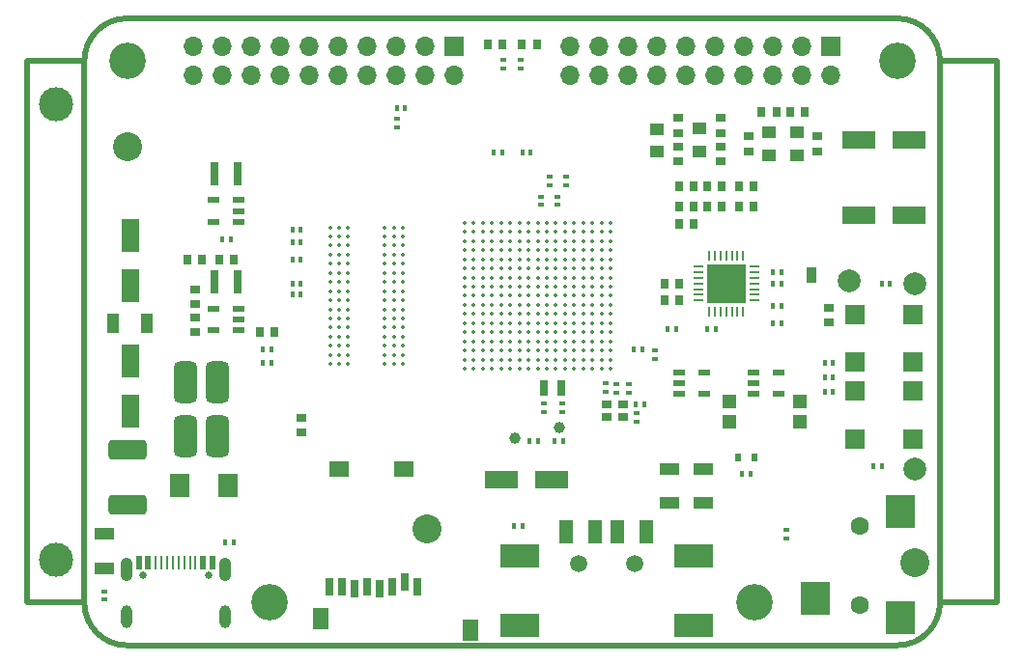
<source format=gbr>
G04 #@! TF.GenerationSoftware,KiCad,Pcbnew,6.0.0-d3dd2cf0fa~116~ubuntu20.04.1*
G04 #@! TF.CreationDate,2022-01-15T15:14:34-05:00*
G04 #@! TF.ProjectId,EX-PCB-10108-001,45582d50-4342-42d3-9130-3130382d3030,A*
G04 #@! TF.SameCoordinates,Original*
G04 #@! TF.FileFunction,Soldermask,Top*
G04 #@! TF.FilePolarity,Negative*
%FSLAX46Y46*%
G04 Gerber Fmt 4.6, Leading zero omitted, Abs format (unit mm)*
G04 Created by KiCad (PCBNEW 6.0.0-d3dd2cf0fa~116~ubuntu20.04.1) date 2022-01-15 15:14:34*
%MOMM*%
%LPD*%
G01*
G04 APERTURE LIST*
G04 Aperture macros list*
%AMRoundRect*
0 Rectangle with rounded corners*
0 $1 Rounding radius*
0 $2 $3 $4 $5 $6 $7 $8 $9 X,Y pos of 4 corners*
0 Add a 4 corners polygon primitive as box body*
4,1,4,$2,$3,$4,$5,$6,$7,$8,$9,$2,$3,0*
0 Add four circle primitives for the rounded corners*
1,1,$1+$1,$2,$3*
1,1,$1+$1,$4,$5*
1,1,$1+$1,$6,$7*
1,1,$1+$1,$8,$9*
0 Add four rect primitives between the rounded corners*
20,1,$1+$1,$2,$3,$4,$5,0*
20,1,$1+$1,$4,$5,$6,$7,0*
20,1,$1+$1,$6,$7,$8,$9,0*
20,1,$1+$1,$8,$9,$2,$3,0*%
G04 Aperture macros list end*
G04 #@! TA.AperFunction,Profile*
%ADD10C,0.500000*%
G04 #@! TD*
%ADD11C,3.000000*%
%ADD12O,1.000000X2.000000*%
%ADD13O,1.050000X2.100000*%
%ADD14C,0.650000*%
%ADD15R,0.550000X1.150000*%
%ADD16R,0.250000X1.150000*%
%ADD17R,0.900000X0.800000*%
%ADD18R,0.510000X0.450000*%
%ADD19R,0.450000X0.510000*%
%ADD20C,1.000000*%
%ADD21R,0.810000X0.710000*%
%ADD22R,0.800000X1.500000*%
%ADD23R,1.400000X1.900000*%
%ADD24R,1.800000X1.400000*%
%ADD25R,0.710000X0.810000*%
%ADD26RoundRect,0.062500X0.062500X-0.337500X0.062500X0.337500X-0.062500X0.337500X-0.062500X-0.337500X0*%
%ADD27RoundRect,0.062500X0.337500X-0.062500X0.337500X0.062500X-0.337500X0.062500X-0.337500X-0.062500X0*%
%ADD28R,3.350000X3.350000*%
%ADD29R,1.060000X0.500000*%
%ADD30C,2.000000*%
%ADD31C,2.540000*%
%ADD32R,1.250000X1.150000*%
%ADD33R,1.800000X1.070000*%
%ADD34R,0.600000X0.700000*%
%ADD35R,1.250000X1.000000*%
%ADD36R,3.000000X1.600000*%
%ADD37R,2.550000X2.900000*%
%ADD38C,1.600000*%
%ADD39R,1.700000X1.700000*%
%ADD40O,1.700000X1.700000*%
%ADD41C,1.500000*%
%ADD42R,1.250000X2.000000*%
%ADD43R,3.500000X2.000000*%
%ADD44C,3.200000*%
%ADD45C,0.350000*%
%ADD46R,1.800000X1.800000*%
%ADD47RoundRect,0.521250X0.521250X-1.308750X0.521250X1.308750X-0.521250X1.308750X-0.521250X-1.308750X0*%
%ADD48R,1.070000X1.800000*%
%ADD49RoundRect,0.388500X-1.311500X0.486500X-1.311500X-0.486500X1.311500X-0.486500X1.311500X0.486500X0*%
%ADD50R,1.750000X2.000000*%
%ADD51R,1.600000X3.000000*%
%ADD52R,0.800000X2.000000*%
%ADD53R,0.700000X1.400000*%
G04 APERTURE END LIST*
D10*
X41450000Y-85250000D02*
X46450000Y-85250000D01*
X41450000Y-132750000D02*
X46450000Y-132750000D01*
X121450000Y-132750000D02*
X126450000Y-132750000D01*
X126450000Y-85250000D02*
X121450000Y-85250000D01*
X126450000Y-85250000D02*
X126450000Y-132750000D01*
X41450000Y-85250000D02*
X41450000Y-132750000D01*
X121450000Y-85250000D02*
G75*
G03*
X117700000Y-81500000I-3750000J0D01*
G01*
X50200000Y-81500000D02*
G75*
G03*
X46450000Y-85250000I0J-3750000D01*
G01*
X46450000Y-132750000D02*
G75*
G03*
X50200000Y-136500000I3750000J0D01*
G01*
X117700000Y-136500000D02*
G75*
G03*
X121450000Y-132750000I0J3750000D01*
G01*
X46450000Y-85250000D02*
X46450000Y-132750000D01*
X117700000Y-136500000D02*
X50200000Y-136500000D01*
X117700000Y-81500000D02*
X50200000Y-81500000D01*
X121450000Y-85250000D02*
X121450000Y-132750000D01*
D11*
X43950000Y-129025000D03*
X43950000Y-89025000D03*
D12*
X50130000Y-134000000D03*
X58770000Y-134000000D03*
D13*
X50130000Y-129820000D03*
X58770000Y-129820000D03*
D14*
X57340000Y-130320000D03*
X51560000Y-130320000D03*
D15*
X51250000Y-129245000D03*
X57650000Y-129245000D03*
X52050000Y-129245000D03*
X56850000Y-129245000D03*
D16*
X54700000Y-129245000D03*
X54200000Y-129245000D03*
X55200000Y-129245000D03*
X55700000Y-129245000D03*
X56200000Y-129245000D03*
X53700000Y-129245000D03*
X53200000Y-129245000D03*
X52700000Y-129245000D03*
D17*
X92250000Y-116450000D03*
X93650000Y-116450000D03*
X93650000Y-115350000D03*
X92250000Y-115350000D03*
D18*
X94150000Y-113625000D03*
X94150000Y-114375000D03*
X92150000Y-113525000D03*
X92150000Y-114275000D03*
D19*
X65425000Y-100000000D03*
X64675000Y-100000000D03*
X65425000Y-101100000D03*
X64675000Y-101100000D03*
D20*
X88050000Y-117400000D03*
X84200000Y-118300000D03*
D19*
X86225000Y-118550000D03*
X85475000Y-118550000D03*
X87675000Y-118550000D03*
X88425000Y-118550000D03*
D21*
X110200000Y-103700000D03*
X110200000Y-104350000D03*
D19*
X94575000Y-110500000D03*
X95325000Y-110500000D03*
D18*
X96450000Y-111375000D03*
X96450000Y-110625000D03*
D19*
X97575000Y-108750000D03*
X98325000Y-108750000D03*
X101825000Y-108750000D03*
X101075000Y-108750000D03*
X116325000Y-120750000D03*
X115575000Y-120750000D03*
X111325000Y-114250000D03*
X112075000Y-114250000D03*
X112075000Y-111750000D03*
X111325000Y-111750000D03*
X116325000Y-104750000D03*
X117075000Y-104750000D03*
X111325000Y-113000000D03*
X112075000Y-113000000D03*
D18*
X73850000Y-91075000D03*
X73850000Y-90325000D03*
D22*
X75640000Y-131350000D03*
X74540000Y-130950000D03*
X73440000Y-131350000D03*
X72340000Y-131550000D03*
X71240000Y-131350000D03*
X70140000Y-131550000D03*
X69040000Y-131350000D03*
X67940000Y-131350000D03*
D23*
X67150000Y-134200000D03*
X80300000Y-135200000D03*
D24*
X68750000Y-121050000D03*
X74450000Y-121050000D03*
D19*
X85575000Y-93250000D03*
X84825000Y-93250000D03*
X82325000Y-93250000D03*
X83075000Y-93250000D03*
D18*
X88700000Y-95375000D03*
X88700000Y-96125000D03*
X87950000Y-97125000D03*
X87950000Y-97875000D03*
X87200000Y-95375000D03*
X87200000Y-96125000D03*
X86450000Y-97125000D03*
X86450000Y-97875000D03*
D25*
X97305000Y-104750000D03*
X98595000Y-104750000D03*
X97305000Y-106250000D03*
X98595000Y-106250000D03*
D19*
X74575000Y-89400000D03*
X73825000Y-89400000D03*
X106825000Y-104750000D03*
X107575000Y-104750000D03*
X106825000Y-103750000D03*
X107575000Y-103750000D03*
X107575000Y-108250000D03*
X106825000Y-108250000D03*
X107575000Y-106750000D03*
X106825000Y-106750000D03*
D26*
X101200000Y-107200000D03*
X101700000Y-107200000D03*
X102200000Y-107200000D03*
X102700000Y-107200000D03*
X103200000Y-107200000D03*
X103700000Y-107200000D03*
X104200000Y-107200000D03*
D27*
X105150000Y-106250000D03*
X105150000Y-105750000D03*
X105150000Y-105250000D03*
X105150000Y-104750000D03*
X105150000Y-104250000D03*
X105150000Y-103750000D03*
X105150000Y-103250000D03*
D26*
X104200000Y-102300000D03*
X103700000Y-102300000D03*
X103200000Y-102300000D03*
X102700000Y-102300000D03*
X102200000Y-102300000D03*
X101700000Y-102300000D03*
X101200000Y-102300000D03*
D27*
X100250000Y-103250000D03*
X100250000Y-103750000D03*
X100250000Y-104250000D03*
X100250000Y-104750000D03*
X100250000Y-105250000D03*
X100250000Y-105750000D03*
X100250000Y-106250000D03*
D28*
X102700000Y-104750000D03*
D29*
X100800000Y-112550000D03*
X100800000Y-114450000D03*
X98600000Y-114450000D03*
X98600000Y-113500000D03*
X98600000Y-112550000D03*
X107300000Y-112550000D03*
X107300000Y-114450000D03*
X105100000Y-114450000D03*
X105100000Y-113500000D03*
X105100000Y-112550000D03*
D30*
X119200000Y-121000000D03*
X119200000Y-104750000D03*
X113450000Y-104500000D03*
D18*
X84700000Y-85125000D03*
X84700000Y-85875000D03*
X83200000Y-85875000D03*
X83200000Y-85125000D03*
D25*
X99845000Y-99500000D03*
X98555000Y-99500000D03*
X105095000Y-96250000D03*
X103805000Y-96250000D03*
X101055000Y-96250000D03*
X102345000Y-96250000D03*
X101055000Y-98000000D03*
X102345000Y-98000000D03*
X103805000Y-98000000D03*
X105095000Y-98000000D03*
D21*
X111700000Y-106855000D03*
X111700000Y-108145000D03*
D25*
X107095000Y-89750000D03*
X105805000Y-89750000D03*
X109595000Y-89750000D03*
X108305000Y-89750000D03*
D21*
X110700000Y-93145000D03*
X110700000Y-91855000D03*
X104700000Y-93145000D03*
X104700000Y-91855000D03*
X98500000Y-94045000D03*
X98500000Y-92755000D03*
X98500000Y-91545000D03*
X98500000Y-90255000D03*
X102200000Y-94045000D03*
X102200000Y-92755000D03*
X102200000Y-91545000D03*
X102200000Y-90255000D03*
D19*
X104825000Y-121500000D03*
X104075000Y-121500000D03*
D25*
X63095000Y-109000000D03*
X61805000Y-109000000D03*
D31*
X119200000Y-129250000D03*
D32*
X102950000Y-116875000D03*
X102950000Y-115125000D03*
X109200000Y-116875000D03*
X109200000Y-115125000D03*
D33*
X97700000Y-120995000D03*
X97700000Y-124005000D03*
D34*
X103750000Y-120000000D03*
X105150000Y-120000000D03*
D25*
X83095000Y-83750000D03*
X81805000Y-83750000D03*
X84805000Y-83750000D03*
X86095000Y-83750000D03*
D18*
X107950000Y-127125000D03*
X107950000Y-126375000D03*
D19*
X59575000Y-127500000D03*
X58825000Y-127500000D03*
D25*
X99845000Y-96250000D03*
X98555000Y-96250000D03*
X98555000Y-98000000D03*
X99845000Y-98000000D03*
D35*
X106450000Y-91500000D03*
X106450000Y-93500000D03*
X108950000Y-91500000D03*
X108950000Y-93500000D03*
X96650000Y-93200000D03*
X96650000Y-91200000D03*
X100350000Y-93150000D03*
X100350000Y-91150000D03*
D19*
X84075000Y-126000000D03*
X84825000Y-126000000D03*
D36*
X87400000Y-122000000D03*
X83000000Y-122000000D03*
D37*
X117950000Y-124800000D03*
X117950000Y-134100000D03*
X110550000Y-132350000D03*
D38*
X114450000Y-126000000D03*
X114450000Y-133000000D03*
D39*
X111880000Y-83980000D03*
D40*
X111880000Y-86520000D03*
X109340000Y-83980000D03*
X109340000Y-86520000D03*
X106800000Y-83980000D03*
X106800000Y-86520000D03*
X104260000Y-83980000D03*
X104260000Y-86520000D03*
X101720000Y-83980000D03*
X101720000Y-86520000D03*
X99180000Y-83980000D03*
X99180000Y-86520000D03*
X96640000Y-83980000D03*
X96640000Y-86520000D03*
X94100000Y-83980000D03*
X94100000Y-86520000D03*
X91560000Y-83980000D03*
X91560000Y-86520000D03*
X89020000Y-83980000D03*
X89020000Y-86520000D03*
D39*
X78880000Y-83980000D03*
D40*
X78880000Y-86520000D03*
X76340000Y-83980000D03*
X76340000Y-86520000D03*
X73800000Y-83980000D03*
X73800000Y-86520000D03*
X71260000Y-83980000D03*
X71260000Y-86520000D03*
X68720000Y-83980000D03*
X68720000Y-86520000D03*
X66180000Y-83980000D03*
X66180000Y-86520000D03*
X63640000Y-83980000D03*
X63640000Y-86520000D03*
X61100000Y-83980000D03*
X61100000Y-86520000D03*
X58560000Y-83980000D03*
X58560000Y-86520000D03*
X56020000Y-83980000D03*
X56020000Y-86520000D03*
D20*
X98800000Y-128650000D03*
X100000000Y-128650000D03*
X100000000Y-134750000D03*
X98800000Y-134750000D03*
X84400000Y-134750000D03*
X85600000Y-134750000D03*
X84400000Y-128650000D03*
X85600000Y-128650000D03*
D41*
X94650000Y-129350000D03*
X89750000Y-129350000D03*
D42*
X88700000Y-126550000D03*
X95700000Y-126550000D03*
X91200000Y-126550000D03*
D43*
X84575000Y-128650000D03*
X99825000Y-128650000D03*
X99825000Y-134750000D03*
X84575000Y-134750000D03*
D42*
X93200000Y-126550000D03*
D44*
X50200000Y-85250000D03*
D45*
X92580000Y-112230000D03*
X92580000Y-111430000D03*
X92580000Y-110630000D03*
X92580000Y-109830000D03*
X92580000Y-109030000D03*
X92580000Y-108230000D03*
X92580000Y-107430000D03*
X92580000Y-106630000D03*
X92580000Y-105830000D03*
X92580000Y-105030000D03*
X92580000Y-104230000D03*
X92580000Y-103430000D03*
X92580000Y-102630000D03*
X92580000Y-101830000D03*
X92580000Y-101030000D03*
X92580000Y-100230000D03*
X92580000Y-99430000D03*
X91780000Y-112230000D03*
X91780000Y-111430000D03*
X91780000Y-110630000D03*
X91780000Y-109830000D03*
X91780000Y-109030000D03*
X91780000Y-108230000D03*
X91780000Y-107430000D03*
X91780000Y-106630000D03*
X91780000Y-105830000D03*
X91780000Y-105030000D03*
X91780000Y-104230000D03*
X91780000Y-103430000D03*
X91780000Y-102630000D03*
X91780000Y-101830000D03*
X91780000Y-101030000D03*
X91780000Y-100230000D03*
X91780000Y-99430000D03*
X90980000Y-112230000D03*
X90980000Y-111430000D03*
X90980000Y-110630000D03*
X90980000Y-109830000D03*
X90980000Y-109030000D03*
X90980000Y-108230000D03*
X90980000Y-107430000D03*
X90980000Y-106630000D03*
X90980000Y-105830000D03*
X90980000Y-105030000D03*
X90980000Y-104230000D03*
X90980000Y-103430000D03*
X90980000Y-102630000D03*
X90980000Y-101830000D03*
X90980000Y-101030000D03*
X90980000Y-100230000D03*
X90980000Y-99430000D03*
X90180000Y-112230000D03*
X90180000Y-111430000D03*
X90180000Y-110630000D03*
X90180000Y-109830000D03*
X90180000Y-109030000D03*
X90180000Y-108230000D03*
X90180000Y-107430000D03*
X90180000Y-106630000D03*
X90180000Y-105830000D03*
X90180000Y-105030000D03*
X90180000Y-104230000D03*
X90180000Y-103430000D03*
X90180000Y-102630000D03*
X90180000Y-101830000D03*
X90180000Y-101030000D03*
X90180000Y-100230000D03*
X90180000Y-99430000D03*
X89380000Y-112230000D03*
X89380000Y-111430000D03*
X89380000Y-110630000D03*
X89380000Y-109830000D03*
X89380000Y-109030000D03*
X89380000Y-108230000D03*
X89380000Y-107430000D03*
X89380000Y-106630000D03*
X89380000Y-105830000D03*
X89380000Y-105030000D03*
X89380000Y-104230000D03*
X89380000Y-103430000D03*
X89380000Y-102630000D03*
X89380000Y-101830000D03*
X89380000Y-101030000D03*
X89380000Y-100230000D03*
X89380000Y-99430000D03*
X88580000Y-112230000D03*
X88580000Y-111430000D03*
X88580000Y-110630000D03*
X88580000Y-109830000D03*
X88580000Y-109030000D03*
X88580000Y-108230000D03*
X88580000Y-107430000D03*
X88580000Y-106630000D03*
X88580000Y-105830000D03*
X88580000Y-105030000D03*
X88580000Y-104230000D03*
X88580000Y-103430000D03*
X88580000Y-102630000D03*
X88580000Y-101830000D03*
X88580000Y-101030000D03*
X88580000Y-100230000D03*
X88580000Y-99430000D03*
X87780000Y-112230000D03*
X87780000Y-111430000D03*
X87780000Y-110630000D03*
X87780000Y-109830000D03*
X87780000Y-109030000D03*
X87780000Y-108230000D03*
X87780000Y-107430000D03*
X87780000Y-106630000D03*
X87780000Y-105830000D03*
X87780000Y-105030000D03*
X87780000Y-104230000D03*
X87780000Y-103430000D03*
X87780000Y-102630000D03*
X87780000Y-101830000D03*
X87780000Y-101030000D03*
X87780000Y-100230000D03*
X87780000Y-99430000D03*
X86980000Y-112230000D03*
X86980000Y-111430000D03*
X86980000Y-110630000D03*
X86980000Y-109830000D03*
X86980000Y-109030000D03*
X86980000Y-108230000D03*
X86980000Y-107430000D03*
X86980000Y-106630000D03*
X86980000Y-105830000D03*
X86980000Y-105030000D03*
X86980000Y-104230000D03*
X86980000Y-103430000D03*
X86980000Y-102630000D03*
X86980000Y-101830000D03*
X86980000Y-101030000D03*
X86980000Y-100230000D03*
X86980000Y-99430000D03*
X86180000Y-112230000D03*
X86180000Y-111430000D03*
X86180000Y-110630000D03*
X86180000Y-109830000D03*
X86180000Y-109030000D03*
X86180000Y-108230000D03*
X86180000Y-107430000D03*
X86180000Y-106630000D03*
X86180000Y-105830000D03*
X86180000Y-105030000D03*
X86180000Y-104230000D03*
X86180000Y-103430000D03*
X86180000Y-102630000D03*
X86180000Y-101830000D03*
X86180000Y-101030000D03*
X86180000Y-100230000D03*
X86180000Y-99430000D03*
X85380000Y-112230000D03*
X85380000Y-111430000D03*
X85380000Y-110630000D03*
X85380000Y-109830000D03*
X85380000Y-109030000D03*
X85380000Y-108230000D03*
X85380000Y-107430000D03*
X85380000Y-106630000D03*
X85380000Y-105830000D03*
X85380000Y-105030000D03*
X85380000Y-104230000D03*
X85380000Y-103430000D03*
X85380000Y-102630000D03*
X85380000Y-101830000D03*
X85380000Y-101030000D03*
X85380000Y-100230000D03*
X85380000Y-99430000D03*
X84580000Y-112230000D03*
X84580000Y-111430000D03*
X84580000Y-110630000D03*
X84580000Y-109830000D03*
X84580000Y-109030000D03*
X84580000Y-108230000D03*
X84580000Y-107430000D03*
X84580000Y-106630000D03*
X84580000Y-105830000D03*
X84580000Y-105030000D03*
X84580000Y-104230000D03*
X84580000Y-103430000D03*
X84580000Y-102630000D03*
X84580000Y-101830000D03*
X84580000Y-101030000D03*
X84580000Y-100230000D03*
X84580000Y-99430000D03*
X83780000Y-112230000D03*
X83780000Y-111430000D03*
X83780000Y-110630000D03*
X83780000Y-109830000D03*
X83780000Y-109030000D03*
X83780000Y-108230000D03*
X83780000Y-107430000D03*
X83780000Y-106630000D03*
X83780000Y-105830000D03*
X83780000Y-105030000D03*
X83780000Y-104230000D03*
X83780000Y-103430000D03*
X83780000Y-102630000D03*
X83780000Y-101830000D03*
X83780000Y-101030000D03*
X83780000Y-100230000D03*
X83780000Y-99430000D03*
X82980000Y-112230000D03*
X82980000Y-111430000D03*
X82980000Y-110630000D03*
X82980000Y-109830000D03*
X82980000Y-109030000D03*
X82980000Y-108230000D03*
X82980000Y-107430000D03*
X82980000Y-106630000D03*
X82980000Y-105830000D03*
X82980000Y-105030000D03*
X82980000Y-104230000D03*
X82980000Y-103430000D03*
X82980000Y-102630000D03*
X82980000Y-101830000D03*
X82980000Y-101030000D03*
X82980000Y-100230000D03*
X82980000Y-99430000D03*
X82180000Y-112230000D03*
X82180000Y-111430000D03*
X82180000Y-110630000D03*
X82180000Y-109830000D03*
X82180000Y-109030000D03*
X82180000Y-108230000D03*
X82180000Y-107430000D03*
X82180000Y-106630000D03*
X82180000Y-105830000D03*
X82180000Y-105030000D03*
X82180000Y-104230000D03*
X82180000Y-103430000D03*
X82180000Y-102630000D03*
X82180000Y-101830000D03*
X82180000Y-101030000D03*
X82180000Y-100230000D03*
X82180000Y-99430000D03*
X81380000Y-112230000D03*
X81380000Y-111430000D03*
X81380000Y-110630000D03*
X81380000Y-109830000D03*
X81380000Y-109030000D03*
X81380000Y-108230000D03*
X81380000Y-107430000D03*
X81380000Y-106630000D03*
X81380000Y-105830000D03*
X81380000Y-105030000D03*
X81380000Y-104230000D03*
X81380000Y-103430000D03*
X81380000Y-102630000D03*
X81380000Y-101830000D03*
X81380000Y-101030000D03*
X81380000Y-100230000D03*
X81380000Y-99430000D03*
X80580000Y-112230000D03*
X80580000Y-111430000D03*
X80580000Y-110630000D03*
X80580000Y-109830000D03*
X80580000Y-109030000D03*
X80580000Y-108230000D03*
X80580000Y-107430000D03*
X80580000Y-106630000D03*
X80580000Y-105830000D03*
X80580000Y-105030000D03*
X80580000Y-104230000D03*
X80580000Y-103430000D03*
X80580000Y-102630000D03*
X80580000Y-101830000D03*
X80580000Y-101030000D03*
X80580000Y-100230000D03*
X80580000Y-99430000D03*
X79780000Y-112230000D03*
X79780000Y-111430000D03*
X79780000Y-110630000D03*
X79780000Y-109830000D03*
X79780000Y-109030000D03*
X79780000Y-108230000D03*
X79780000Y-107430000D03*
X79780000Y-106630000D03*
X79780000Y-105830000D03*
X79780000Y-105030000D03*
X79780000Y-104230000D03*
X79780000Y-103430000D03*
X79780000Y-102630000D03*
X79780000Y-101830000D03*
X79780000Y-101030000D03*
X79780000Y-100230000D03*
X79780000Y-99430000D03*
D46*
X114010000Y-114205000D03*
X119090000Y-114205000D03*
X119090000Y-118395000D03*
X114010000Y-118395000D03*
X119090000Y-111645000D03*
X114010000Y-111645000D03*
X114010000Y-107455000D03*
X119090000Y-107455000D03*
D18*
X48200000Y-131750000D03*
X48200000Y-132500000D03*
D44*
X62700000Y-132750000D03*
X117700000Y-85250000D03*
X105200000Y-132750000D03*
D47*
X55300000Y-118125000D03*
X58100000Y-118125000D03*
X58100000Y-113375000D03*
X55300000Y-113375000D03*
D33*
X100700000Y-124005000D03*
X100700000Y-120995000D03*
D48*
X48945000Y-108250000D03*
X51955000Y-108250000D03*
D49*
X50200000Y-119300000D03*
X50200000Y-124200000D03*
D50*
X59050000Y-122500000D03*
X54850000Y-122500000D03*
D33*
X48200000Y-126745000D03*
X48200000Y-129755000D03*
D36*
X114350000Y-98730000D03*
X118750000Y-98730000D03*
X114350000Y-92150000D03*
X118750000Y-92150000D03*
D51*
X50450000Y-111550000D03*
X50450000Y-115950000D03*
X50450000Y-104950000D03*
X50450000Y-100550000D03*
D31*
X76450000Y-126250000D03*
X50200000Y-92750000D03*
D29*
X57800000Y-99350000D03*
X57800000Y-97450000D03*
X60000000Y-97450000D03*
X60000000Y-98400000D03*
X60000000Y-99350000D03*
D19*
X59275000Y-100900000D03*
X58525000Y-100900000D03*
D21*
X56150000Y-106545000D03*
X56150000Y-105255000D03*
X65450000Y-117845000D03*
X65450000Y-116555000D03*
D29*
X57800000Y-108850000D03*
X57800000Y-106950000D03*
X60000000Y-106950000D03*
X60000000Y-107900000D03*
X60000000Y-108850000D03*
D19*
X62825000Y-110500000D03*
X62075000Y-110500000D03*
X62825000Y-111750000D03*
X62075000Y-111750000D03*
D21*
X56150000Y-107755000D03*
X56150000Y-109045000D03*
D52*
X57900000Y-104650000D03*
X59900000Y-104650000D03*
D18*
X93100000Y-114325000D03*
X93100000Y-113575000D03*
D19*
X94750000Y-115325000D03*
X95500000Y-115325000D03*
D18*
X94825000Y-116900000D03*
X94825000Y-116150000D03*
D19*
X64675000Y-102700000D03*
X65425000Y-102700000D03*
X65425000Y-104750000D03*
X64675000Y-104750000D03*
X65425000Y-105750000D03*
X64675000Y-105750000D03*
D53*
X88250000Y-113950000D03*
X86750000Y-113950000D03*
D45*
X74380000Y-111830000D03*
X74380000Y-111030000D03*
X74380000Y-110230000D03*
X74380000Y-109430000D03*
X74380000Y-108630000D03*
X74380000Y-107830000D03*
X74380000Y-107030000D03*
X74380000Y-106230000D03*
X74380000Y-105430000D03*
X74380000Y-104630000D03*
X74380000Y-103830000D03*
X74380000Y-103030000D03*
X74380000Y-102230000D03*
X74380000Y-101430000D03*
X74380000Y-100630000D03*
X74380000Y-99830000D03*
X73580000Y-99830000D03*
X73580000Y-100630000D03*
X73580000Y-101430000D03*
X73580000Y-102230000D03*
X73580000Y-103030000D03*
X73580000Y-103830000D03*
X73580000Y-104630000D03*
X73580000Y-105430000D03*
X73580000Y-106230000D03*
X73580000Y-107030000D03*
X73580000Y-107830000D03*
X73580000Y-108630000D03*
X73580000Y-109430000D03*
X73580000Y-110230000D03*
X73580000Y-111030000D03*
X73580000Y-111830000D03*
X72780000Y-111830000D03*
X72780000Y-111030000D03*
X72780000Y-110230000D03*
X72780000Y-109430000D03*
X72780000Y-108630000D03*
X72780000Y-107830000D03*
X72780000Y-107030000D03*
X72780000Y-106230000D03*
X72780000Y-105430000D03*
X72780000Y-104630000D03*
X72780000Y-103830000D03*
X72780000Y-103030000D03*
X72780000Y-102230000D03*
X72780000Y-101430000D03*
X72780000Y-100630000D03*
X72780000Y-99830000D03*
X69580000Y-111830000D03*
X69580000Y-111030000D03*
X69580000Y-110230000D03*
X69580000Y-109430000D03*
X69580000Y-108630000D03*
X69580000Y-107830000D03*
X69580000Y-107030000D03*
X69580000Y-106230000D03*
X69580000Y-105430000D03*
X69580000Y-104630000D03*
X69580000Y-103830000D03*
X69580000Y-103030000D03*
X69580000Y-102230000D03*
X69580000Y-101430000D03*
X69580000Y-100630000D03*
X69580000Y-99830000D03*
X68780000Y-99830000D03*
X68780000Y-100630000D03*
X68780000Y-101430000D03*
X68780000Y-102230000D03*
X68780000Y-103030000D03*
X68780000Y-103830000D03*
X68780000Y-104630000D03*
X68780000Y-105430000D03*
X68780000Y-106230000D03*
X68780000Y-107030000D03*
X68780000Y-107830000D03*
X68780000Y-108630000D03*
X68780000Y-109430000D03*
X68780000Y-110230000D03*
X68780000Y-111030000D03*
X68780000Y-111830000D03*
X67980000Y-111830000D03*
X67980000Y-111030000D03*
X67980000Y-110230000D03*
X67980000Y-109430000D03*
X67980000Y-108630000D03*
X67980000Y-107830000D03*
X67980000Y-107030000D03*
X67980000Y-106230000D03*
X67980000Y-105430000D03*
X67980000Y-104630000D03*
X67980000Y-103830000D03*
X67980000Y-103030000D03*
X67980000Y-102230000D03*
X67980000Y-101430000D03*
X67980000Y-100630000D03*
X67980000Y-99830000D03*
D52*
X57900000Y-95150000D03*
X59900000Y-95150000D03*
D25*
X58255000Y-102650000D03*
X59545000Y-102650000D03*
D18*
X88300000Y-116025000D03*
X88300000Y-115275000D03*
X86750000Y-116025000D03*
X86750000Y-115275000D03*
D25*
X56795000Y-102650000D03*
X55505000Y-102650000D03*
M02*

</source>
